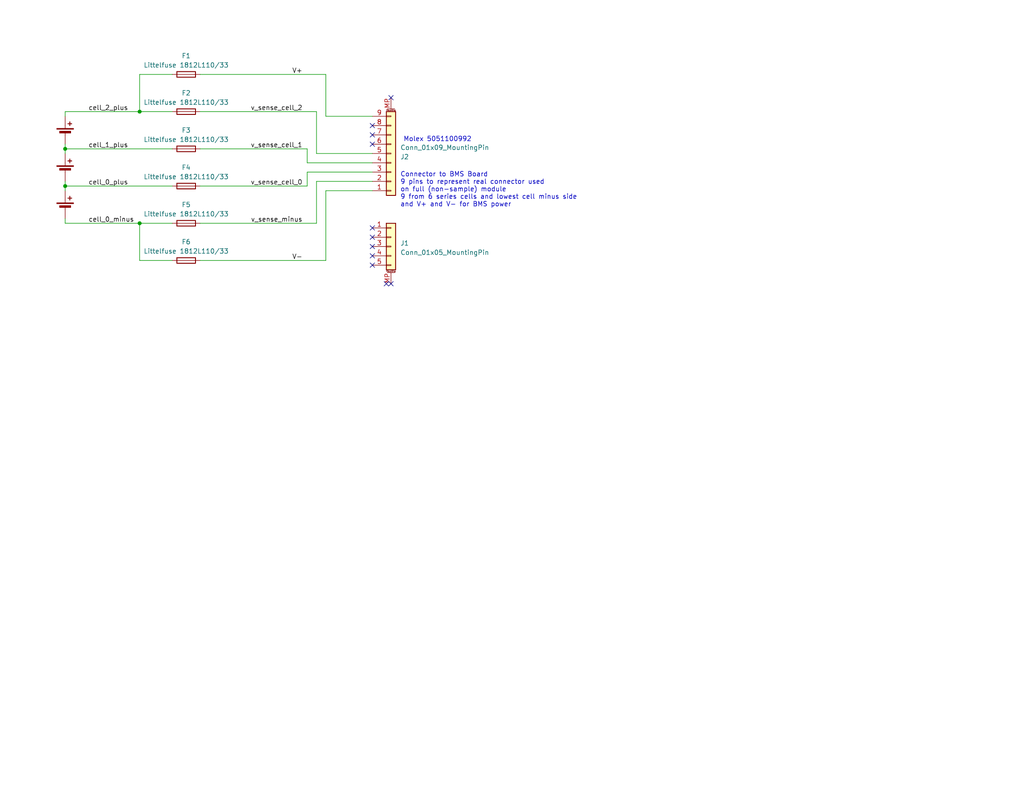
<source format=kicad_sch>
(kicad_sch (version 20250114) (generator "eeschema") (generator_version "9.0")
  (paper "A")
  (title_block (date "2025-12-19"))
  (lib_symbols
    (symbol "Connector_Generic_MountingPin:Conn_01x05_MountingPin" (pin_names (offset 1.016) (hide yes))
      (property "Reference" "J" (at 0 7.62 0))
      (property "Value" "Conn_01x05_MountingPin" (at 1.27 -7.62 0))
      (symbol "Conn_01x05_MountingPin_1_1"
        (rectangle (start -1.27 6.35) (end 1.27 -6.35) (stroke (width 0.254)) (fill (type background)))
        (rectangle (start -1.27 5.207) (end 0 4.953) (stroke (width 0.1524)))
        (rectangle (start -1.27 2.667) (end 0 2.413) (stroke (width 0.1524)))
        (rectangle (start -1.27 0.127) (end 0 -0.127) (stroke (width 0.1524)))
        (rectangle (start -1.27 -2.413) (end 0 -2.667) (stroke (width 0.1524)))
        (rectangle (start -1.27 -4.953) (end 0 -5.207) (stroke (width 0.1524)))
        (polyline (pts (xy -1.016 -7.112) (xy 1.016 -7.112)) (stroke (width 0.1524)))
        (text "Mounting" (at 0 -6.731 0) (effects (font (size 0.381 0.381))))
        (pin passive line (at -5.08 5.08 0) (length 3.81) (name "Pin_1") (number "1"))
        (pin passive line (at -5.08 2.54 0) (length 3.81) (name "Pin_2") (number "2"))
        (pin passive line (at -5.08 0 0) (length 3.81) (name "Pin_3") (number "3"))
        (pin passive line (at -5.08 -2.54 0) (length 3.81) (name "Pin_4") (number "4"))
        (pin passive line (at -5.08 -5.08 0) (length 3.81) (name "Pin_5") (number "5"))
        (pin passive line (at 0 -10.16 90) (length 3.048) (name "MountPin") (number "MP"))
      )
    )
    (symbol "Connector_Generic_MountingPin:Conn_01x09_MountingPin" (pin_names (offset 1.016) (hide yes))
      (property "Reference" "J" (at 0 12.7 0))
      (property "Value" "Conn_01x09_MountingPin" (at 1.27 -12.7 0))
      (symbol "Conn_01x09_MountingPin_1_1"
        (rectangle (start -1.27 11.43) (end 1.27 -11.43) (stroke (width 0.254)) (fill (type background)))
        (rectangle (start -1.27 10.287) (end 0 10.033) (stroke (width 0.1524)))
        (rectangle (start -1.27 7.747) (end 0 7.493) (stroke (width 0.1524)))
        (rectangle (start -1.27 5.207) (end 0 4.953) (stroke (width 0.1524)))
        (rectangle (start -1.27 2.667) (end 0 2.413) (stroke (width 0.1524)))
        (rectangle (start -1.27 0.127) (end 0 -0.127) (stroke (width 0.1524)))
        (rectangle (start -1.27 -2.413) (end 0 -2.667) (stroke (width 0.1524)))
        (rectangle (start -1.27 -4.953) (end 0 -5.207) (stroke (width 0.1524)))
        (rectangle (start -1.27 -7.493) (end 0 -7.747) (stroke (width 0.1524)))
        (rectangle (start -1.27 -10.033) (end 0 -10.287) (stroke (width 0.1524)))
        (polyline (pts (xy -1.016 -12.192) (xy 1.016 -12.192)) (stroke (width 0.1524)))
        (text "Mounting" (at 0 -11.811 0) (effects (font (size 0.381 0.381))))
        (pin passive line (at -5.08 10.16 0) (length 3.81) (name "Pin_1") (number "1"))
        (pin passive line (at -5.08 7.62 0) (length 3.81) (name "Pin_2") (number "2"))
        (pin passive line (at -5.08 5.08 0) (length 3.81) (name "Pin_3") (number "3"))
        (pin passive line (at -5.08 2.54 0) (length 3.81) (name "Pin_4") (number "4"))
        (pin passive line (at -5.08 0 0) (length 3.81) (name "Pin_5") (number "5"))
        (pin passive line (at -5.08 -2.54 0) (length 3.81) (name "Pin_6") (number "6"))
        (pin passive line (at -5.08 -5.08 0) (length 3.81) (name "Pin_7") (number "7"))
        (pin passive line (at -5.08 -7.62 0) (length 3.81) (name "Pin_8") (number "8"))
        (pin passive line (at -5.08 -10.16 0) (length 3.81) (name "Pin_9") (number "9"))
        (pin passive line (at 0 -15.24 90) (length 3.048) (name "MountPin") (number "MP"))
      )
    )
    (symbol "Device:Battery_Cell" (pin_numbers (hide yes)) (pin_names (offset 0) (hide yes))
      (property "Reference" "BT" (at 2.54 2.54 0))
      (property "Value" "Battery_Cell" (at 2.54 0 0))
      (symbol "Battery_Cell_0_1"
        (rectangle (start -2.286 1.778) (end 2.286 1.524) (fill (type outline)))
        (rectangle (start -1.524 1.016) (end 1.524 0.508) (fill (type outline)))
        (polyline (pts (xy 0 1.778) (xy 0 2.54)))
        (polyline (pts (xy 0 0.762) (xy 0 0)))
        (polyline (pts (xy 0.762 3.048) (xy 1.778 3.048)) (stroke (width 0.254)))
        (polyline (pts (xy 1.27 3.556) (xy 1.27 2.54)) (stroke (width 0.254)))
      )
      (symbol "Battery_Cell_1_1"
        (pin passive line (at 0 5.08 270) (length 2.54) (name "+") (number "1"))
        (pin passive line (at 0 -2.54 90) (length 2.54) (name "-") (number "2"))
      )
    )
    (symbol "Device:Fuse" (pin_numbers (hide yes)) (pin_names (offset 0))
      (property "Reference" "F" (at 2.032 0 90))
      (property "Value" "Fuse" (at -1.905 0 90))
      (symbol "Fuse_0_1"
        (rectangle (start -0.762 -2.54) (end 0.762 2.54) (stroke (width 0.254)))
        (polyline (pts (xy 0 2.54) (xy 0 -2.54)))
      )
      (symbol "Fuse_1_1"
        (pin passive line (at 0 3.81 270) (length 1.27) (name "~") (number "1"))
        (pin passive line (at 0 -3.81 90) (length 1.27) (name "~") (number "2"))
      )
    )
  )
  (text "Connector to BMS Board\n9 pins to represent real connector used\non full (non-sample) module\n9 from 6 series cells and lowest cell minus side\nand V+ and V- for BMS power" (at 109.22 46.99 0) (effects (font (size 1.27 1.27)) (justify left top)))
  (text "Molex 5051100992" (at 119.38 38.1 0) (effects (font (size 1.27 1.27))))
  (junction (at 17.78 40.64))
  (junction (at 17.78 50.8))
  (junction (at 38.1 30.48))
  (junction (at 38.1 60.96))
  (no_connect (at 101.6 62.23))
  (no_connect (at 101.6 34.29))
  (no_connect (at 101.6 36.83))
  (no_connect (at 101.6 64.77))
  (no_connect (at 106.68 26.67))
  (no_connect (at 101.6 72.39))
  (no_connect (at 101.6 39.37))
  (no_connect (at 101.6 67.31))
  (no_connect (at 101.6 69.85))
  (no_connect (at 106.68 77.47))
  (no_connect (at 105.41 77.47))
  (wire (pts (xy 54.61 60.96) (xy 86.36 60.96)))
  (wire (pts (xy 17.78 50.8) (xy 46.99 50.8)))
  (wire (pts (xy 88.9 31.75) (xy 101.6 31.75)))
  (wire (pts (xy 83.82 44.45) (xy 83.82 40.64)))
  (wire (pts (xy 17.78 50.8) (xy 17.78 52.07)))
  (wire (pts (xy 86.36 60.96) (xy 86.36 49.53)))
  (wire (pts (xy 83.82 50.8) (xy 83.82 46.99)))
  (wire (pts (xy 88.9 52.07) (xy 88.9 71.12)))
  (wire (pts (xy 83.82 44.45) (xy 101.6 44.45)))
  (wire (pts (xy 46.99 20.32) (xy 38.1 20.32)))
  (wire (pts (xy 86.36 49.53) (xy 101.6 49.53)))
  (wire (pts (xy 38.1 30.48) (xy 46.99 30.48)))
  (wire (pts (xy 54.61 30.48) (xy 86.36 30.48)))
  (wire (pts (xy 17.78 60.96) (xy 38.1 60.96)))
  (wire (pts (xy 86.36 41.91) (xy 101.6 41.91)))
  (wire (pts (xy 83.82 46.99) (xy 101.6 46.99)))
  (wire (pts (xy 17.78 30.48) (xy 17.78 31.75)))
  (wire (pts (xy 38.1 60.96) (xy 46.99 60.96)))
  (wire (pts (xy 54.61 40.64) (xy 83.82 40.64)))
  (wire (pts (xy 17.78 40.64) (xy 46.99 40.64)))
  (wire (pts (xy 54.61 20.32) (xy 88.9 20.32)))
  (wire (pts (xy 38.1 20.32) (xy 38.1 30.48)))
  (wire (pts (xy 46.99 71.12) (xy 38.1 71.12)))
  (wire (pts (xy 88.9 52.07) (xy 101.6 52.07)))
  (wire (pts (xy 54.61 71.12) (xy 88.9 71.12)))
  (wire (pts (xy 17.78 30.48) (xy 38.1 30.48)))
  (wire (pts (xy 54.61 50.8) (xy 83.82 50.8)))
  (wire (pts (xy 38.1 71.12) (xy 38.1 60.96)))
  (wire (pts (xy 17.78 40.64) (xy 17.78 41.91)))
  (wire (pts (xy 17.78 59.69) (xy 17.78 60.96)))
  (wire (pts (xy 88.9 31.75) (xy 88.9 20.32)))
  (wire (pts (xy 17.78 39.37) (xy 17.78 40.64)))
  (wire (pts (xy 17.78 49.53) (xy 17.78 50.8)))
  (wire (pts (xy 86.36 41.91) (xy 86.36 30.48)))
  (label "v_sense_minus" (at 82.55 60.96 180))
  (label "V+" (at 82.55 20.32 180))
  (label "V-" (at 82.55 71.12 180))
  (label "v_sense_cell_2" (at 82.55 30.48 180))
  (label "cell_0_minus" (at 24.13 60.96 0))
  (label "v_sense_cell_0" (at 82.55 50.8 180))
  (label "cell_2_plus" (at 24.13 30.48 0))
  (label "cell_0_plus" (at 24.13 50.8 0))
  (label "cell_1_plus" (at 24.13 40.64 0))
  (label "v_sense_cell_1" (at 82.55 40.64 180))
  (symbol (lib_id "Device:Battery_Cell") (at 17.78 36.83 0) (unit 1) (in_bom no) (on_board no)
    (property "Reference" "BT3" (effects (hide yes)))
    (property "Value" "Battery_Cell" (effects (hide yes)))
    (property "Description" "Single-cell battery" (effects (hide yes)))
  )
  (symbol (lib_id "Device:Fuse") (at 50.8 40.64 90) (unit 1)
    (property "Reference" "F3" (at 50.8 35.56 90))
    (property "Value" "Littelfuse 1812L110/33" (at 50.8 38.1 90))
    (property "Footprint" "Fuse:Fuse_1812_4532Metric_Pad1.30x3.40mm_HandSolder" (effects (hide yes)))
    (property "Description" "Fuse" (effects (hide yes)))
  )
  (symbol (lib_id "Device:Fuse") (at 50.8 30.48 90) (unit 1)
    (property "Reference" "F2" (at 50.8 25.4 90))
    (property "Value" "Littelfuse 1812L110/33" (at 50.8 27.94 90))
    (property "Footprint" "Fuse:Fuse_1812_4532Metric_Pad1.30x3.40mm_HandSolder" (effects (hide yes)))
    (property "Description" "Fuse" (effects (hide yes)))
  )
  (symbol (lib_id "Device:Fuse") (at 50.8 20.32 90) (unit 1)
    (property "Reference" "F1" (at 50.8 15.24 90))
    (property "Value" "Littelfuse 1812L110/33" (at 50.8 17.78 90))
    (property "Footprint" "Fuse:Fuse_1812_4532Metric_Pad1.30x3.40mm_HandSolder" (effects (hide yes)))
    (property "Description" "Fuse" (effects (hide yes)))
  )
  (symbol (lib_id "Device:Fuse") (at 50.8 71.12 90) (unit 1)
    (property "Reference" "F6" (at 50.8 66.04 90))
    (property "Value" "Littelfuse 1812L110/33" (at 50.8 68.58 90))
    (property "Footprint" "Fuse:Fuse_1812_4532Metric_Pad1.30x3.40mm_HandSolder" (effects (hide yes)))
    (property "Description" "Fuse" (effects (hide yes)))
  )
  (symbol (lib_id "Device:Fuse") (at 50.8 60.96 90) (unit 1)
    (property "Reference" "F5" (at 50.8 55.88 90))
    (property "Value" "Littelfuse 1812L110/33" (at 50.8 58.42 90))
    (property "Footprint" "Fuse:Fuse_1812_4532Metric_Pad1.30x3.40mm_HandSolder" (effects (hide yes)))
    (property "Description" "Fuse" (effects (hide yes)))
  )
  (symbol (lib_id "Device:Battery_Cell") (at 17.78 57.15 0) (unit 1) (in_bom no) (on_board no)
    (property "Reference" "BT1" (effects (hide yes)))
    (property "Value" "Battery_Cell" (effects (hide yes)))
    (property "Description" "Single-cell battery" (effects (hide yes)))
  )
  (symbol (lib_id "Connector_Generic_MountingPin:Conn_01x09_MountingPin") (at 106.68 41.91 0) (mirror x) (unit 1)
    (property "Reference" "J2" (at 109.22 42.8245 0) (effects (justify left)))
    (property "Value" "Conn_01x09_MountingPin" (at 109.22 40.2845 0) (effects (justify left)))
    (property "Footprint" "FS_4_Global_Footprint_Library:CON_5051100992_MOL" (effects (hide yes)))
    (property "Description" "Generic connectable mounting pin connector, single row, 01x09, script generated (kicad-library-utils/schlib/autogen/connector/)" (effects (hide yes)))
  )
  (symbol (lib_id "Device:Fuse") (at 50.8 50.8 90) (unit 1)
    (property "Reference" "F4" (at 50.8 45.72 90))
    (property "Value" "Littelfuse 1812L110/33" (at 50.8 48.26 90))
    (property "Footprint" "Fuse:Fuse_1812_4532Metric_Pad1.30x3.40mm_HandSolder" (effects (hide yes)))
    (property "Description" "Fuse" (effects (hide yes)))
  )
  (symbol (lib_id "Connector_Generic_MountingPin:Conn_01x05_MountingPin") (at 106.68 67.31 0) (unit 1)
    (property "Reference" "J1" (at 109.22 66.3955 0) (effects (justify left)))
    (property "Value" "Conn_01x05_MountingPin" (at 109.22 68.9355 0) (effects (justify left)))
    (property "Description" "Generic connectable mounting pin connector, single row, 01x05, script generated (kicad-library-utils/schlib/autogen/connector/)" (effects (hide yes)))
  )
  (symbol (lib_id "Device:Battery_Cell") (at 17.78 46.99 0) (unit 1) (in_bom no) (on_board no)
    (property "Reference" "BT2" (effects (hide yes)))
    (property "Value" "Battery_Cell" (effects (hide yes)))
    (property "Description" "Single-cell battery" (effects (hide yes)))
  )
)
</source>
